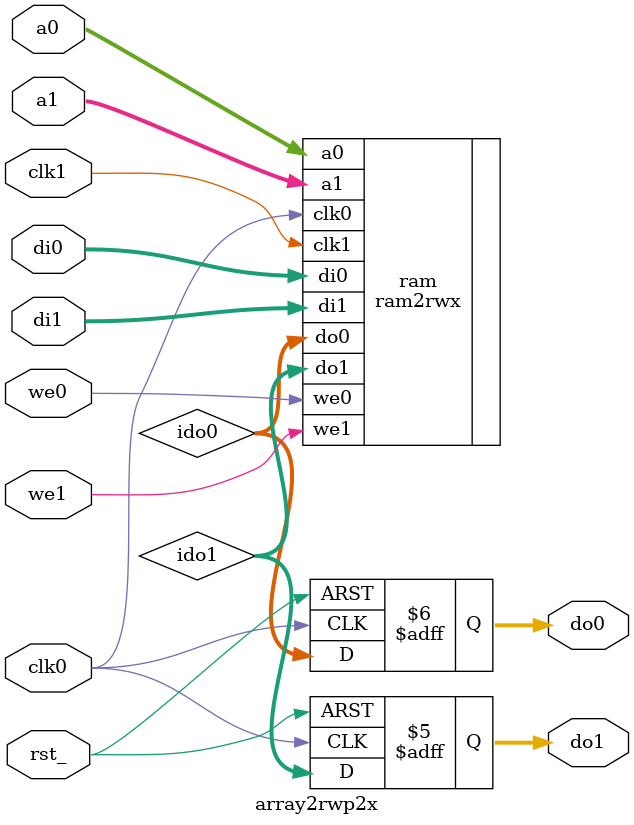
<source format=v>

module array2rwp2x
    (rst_,
     
     clk0,
     a0,
     we0,
     di0,
     do0,
     
     clk1,
     a1,
     we1,
     di1,
     do1);


parameter ADDRBIT_A = 6;
parameter DEPTH_A = 48;
parameter WIDTH_A = 80;

parameter ADDRBIT_B = 6;
parameter DEPTH_B = 48;
parameter WIDTH_B = 80;

parameter TYPE = "AUTO";
parameter MAXDEPTH = 0;

input                   rst_;
input                   clk0, clk1;
input [ADDRBIT_A-1:0]   a0;
input                   we0;
input [WIDTH_A-1:0]     di0;
output [WIDTH_A-1:0]    do0;

input [ADDRBIT_B-1:0]   a1;
input                   we1;
input [WIDTH_B-1:0]     di1;
output [WIDTH_B-1:0]    do1;

wire [WIDTH_A-1:0]    ido0;
reg [WIDTH_A-1:0]     do0;

wire [WIDTH_B-1:0]    ido1;
reg [WIDTH_B-1:0]     do1;


//wrapping logics

//read port
always @ (posedge clk0 or negedge rst_)
    if (~rst_)
        do0      <= {WIDTH_A{1'b0}};
    else
        do0      <= ido0;

always @ (posedge clk0 or negedge rst_)
    if (~rst_)
        do1      <= {WIDTH_B{1'b0}};
    else
        do1      <= ido1;

//read write port ram, dual clock instantiation
ram2rwx #(ADDRBIT_A,DEPTH_A,WIDTH_A,ADDRBIT_B,DEPTH_B,WIDTH_B,TYPE) ram 
    (
     .clk0(clk0),
     .clk1(clk1),
     .a0(a0),
     .we0(we0),
     .di0(di0),
     .do0(ido0),
     .a1(a1),
     .we1(we1),
     .di1(di1),
     .do1(ido1)
     );


endmodule

</source>
